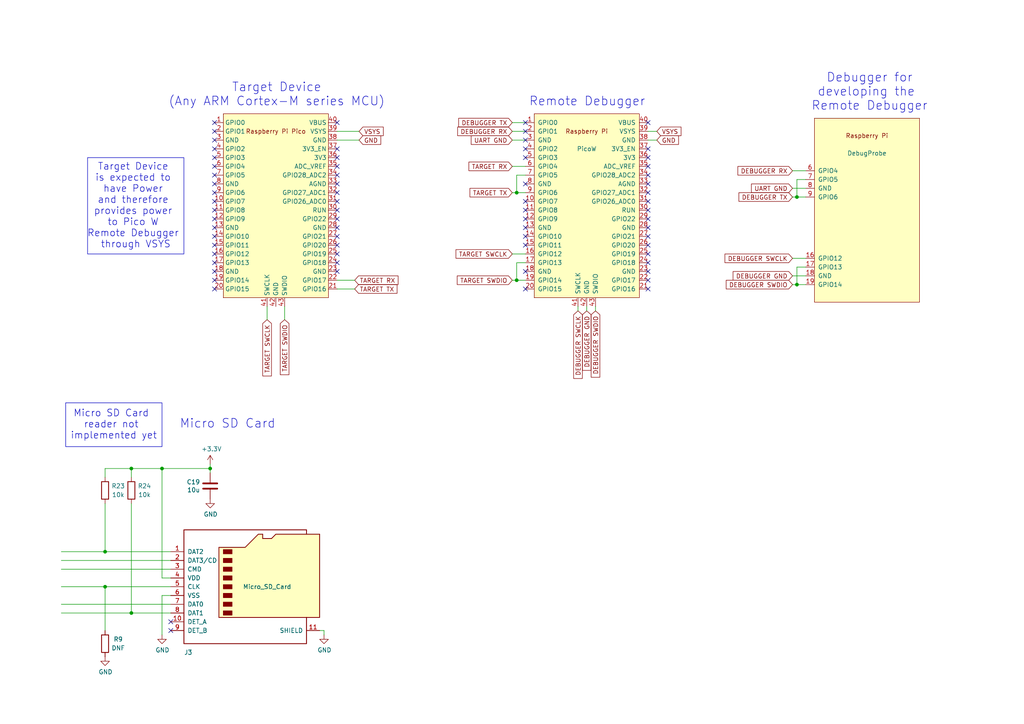
<source format=kicad_sch>
(kicad_sch (version 20231120) (generator "eeschema") (generator_version "8.0")
  (paper "A4")
  (title_block (title "ARM Cortex-M series Remote Debugger") (date "2025-02-08") (rev "1") (comment 1 "- Igor Rynty") (comment 2 "- Chad Clusker") (comment 3 "- Francesco Natanni") (comment 4 "SILLY SAUSAGES"))
  (lib_symbols
    (symbol "Connector:Micro_SD_Card_Det" (pin_names (offset 1.016))
      (property "Reference" "J" (at -16.51 17.78 0))
      (property "Value" "Micro_SD_Card_Det" (at 16.51 17.78 0))
      (symbol "Micro_SD_Card_Det_0_1"
        (rectangle (start -7.62 -6.985) (end -5.08 -8.255) (fill (type outline)))
        (rectangle (start -7.62 -4.445) (end -5.08 -5.715) (fill (type outline)))
        (rectangle (start -7.62 -1.905) (end -5.08 -3.175) (fill (type outline)))
        (rectangle (start -7.62 0.635) (end -5.08 -0.635) (fill (type outline)))
        (rectangle (start -7.62 3.175) (end -5.08 1.905) (fill (type outline)))
        (rectangle (start -7.62 5.715) (end -5.08 4.445) (fill (type outline)))
        (rectangle (start -7.62 8.255) (end -5.08 6.985) (fill (type outline)))
        (rectangle (start -7.62 10.795) (end -5.08 9.525) (fill (type outline)))
        (polyline (pts (xy 16.51 15.24) (xy 16.51 16.51) (xy -19.05 16.51) (xy -19.05 -16.51) (xy 16.51 -16.51) (xy 16.51 -8.89)) (stroke (width 0.254)))
        (polyline (pts (xy -8.89 -8.89) (xy -8.89 11.43) (xy -1.27 11.43) (xy 2.54 15.24) (xy 3.81 15.24) (xy 3.81 13.97) (xy 6.35 13.97) (xy 7.62 15.24) (xy 20.32 15.24) (xy 20.32 -8.89) (xy -8.89 -8.89)) (stroke (width 0.254)) (fill (type background)))
      )
      (symbol "Micro_SD_Card_Det_1_1"
        (pin bidirectional line (at -22.86 10.16 0) (length 3.81) (name "DAT2") (number "1"))
        (pin passive line (at -22.86 -10.16 0) (length 3.81) (name "DET_A") (number "10"))
        (pin passive line (at 20.32 -12.7 180) (length 3.81) (name "SHIELD") (number "11"))
        (pin bidirectional line (at -22.86 7.62 0) (length 3.81) (name "DAT3/CD") (number "2"))
        (pin input line (at -22.86 5.08 0) (length 3.81) (name "CMD") (number "3"))
        (pin power_in line (at -22.86 2.54 0) (length 3.81) (name "VDD") (number "4"))
        (pin input line (at -22.86 0 0) (length 3.81) (name "CLK") (number "5"))
        (pin power_in line (at -22.86 -2.54 0) (length 3.81) (name "VSS") (number "6"))
        (pin bidirectional line (at -22.86 -5.08 0) (length 3.81) (name "DAT0") (number "7"))
        (pin bidirectional line (at -22.86 -7.62 0) (length 3.81) (name "DAT1") (number "8"))
        (pin passive line (at -22.86 -12.7 0) (length 3.81) (name "DET_B") (number "9"))
      )
    )
    (symbol "Device:C" (pin_numbers hide) (pin_names (offset 0.254))
      (property "Reference" "C" (at 0.635 2.54 0))
      (property "Value" "C" (at 0.635 -2.54 0))
      (symbol "C_0_1"
        (polyline (pts (xy -2.032 -0.762) (xy 2.032 -0.762)) (stroke (width 0.508)))
        (polyline (pts (xy -2.032 0.762) (xy 2.032 0.762)) (stroke (width 0.508)))
      )
      (symbol "C_1_1"
        (pin passive line (at 0 3.81 270) (length 2.794) (name "~") (number "1"))
        (pin passive line (at 0 -3.81 90) (length 2.794) (name "~") (number "2"))
      )
    )
    (symbol "Device:R" (pin_numbers hide) (pin_names (offset 0))
      (property "Reference" "R" (at 2.032 0 90))
      (property "Value" "R" (at 0 0 90))
      (symbol "R_0_1"
        (rectangle (start -1.016 -2.54) (end 1.016 2.54) (stroke (width 0.254)))
      )
      (symbol "R_1_1"
        (pin passive line (at 0 3.81 270) (length 1.27) (name "~") (number "1"))
        (pin passive line (at 0 -3.81 90) (length 1.27) (name "~") (number "2"))
      )
    )
    (symbol "PicoW_1" (pin_names (offset 1.016))
      (property "Value" "DebugProbe" (at 0 16.51 0))
      (symbol "PicoW_1_0_0"
        (text "Raspberry Pi" (at 0 21.59 0) (effects (font (size 1.27 1.27))))
      )
      (symbol "PicoW_1_1_1"
        (rectangle (start -15.24 26.67) (end 15.24 -26.67) (fill (type background)))
        (pin bidirectional line (at -17.78 -13.97 0) (length 2.54) (name "GPIO12") (number "16"))
        (pin bidirectional line (at -17.78 -16.51 0) (length 2.54) (name "GPIO13") (number "17"))
        (pin bidirectional line (at -17.78 -19.05 0) (length 2.54) (name "GND") (number "18"))
        (pin bidirectional line (at -17.78 -21.59 0) (length 2.54) (name "GPIO14") (number "19"))
        (pin bidirectional line (at -17.78 11.43 0) (length 2.54) (name "GPIO4") (number "6"))
        (pin bidirectional line (at -17.78 8.89 0) (length 2.54) (name "GPIO5") (number "7"))
        (pin bidirectional line (at -17.78 6.35 0) (length 2.54) (name "GND") (number "8"))
        (pin bidirectional line (at -17.78 3.81 0) (length 2.54) (name "GPIO6") (number "9"))
      )
    )
    (symbol "RPi_Pico:PicoW" (pin_names (offset 1.016))
      (property "Reference" "U" (at -13.97 27.94 0))
      (property "Value" "PicoW" (at 0 19.05 0))
      (symbol "PicoW_0_0"
        (text "Raspberry Pi" (at 0 21.59 0) (effects (font (size 1.27 1.27))))
      )
      (symbol "PicoW_0_1"
        (rectangle (start -15.24 26.67) (end 15.24 -26.67) (fill (type background)))
      )
      (symbol "PicoW_1_1"
        (pin bidirectional line (at -17.78 24.13 0) (length 2.54) (name "GPIO0") (number "1"))
        (pin bidirectional line (at -17.78 1.27 0) (length 2.54) (name "GPIO7") (number "10"))
        (pin bidirectional line (at -17.78 -1.27 0) (length 2.54) (name "GPIO8") (number "11"))
        (pin bidirectional line (at -17.78 -3.81 0) (length 2.54) (name "GPIO9") (number "12"))
        (pin power_in line (at -17.78 -6.35 0) (length 2.54) (name "GND") (number "13"))
        (pin bidirectional line (at -17.78 -8.89 0) (length 2.54) (name "GPIO10") (number "14"))
        (pin bidirectional line (at -17.78 -11.43 0) (length 2.54) (name "GPIO11") (number "15"))
        (pin bidirectional line (at -17.78 -13.97 0) (length 2.54) (name "GPIO12") (number "16"))
        (pin bidirectional line (at -17.78 -16.51 0) (length 2.54) (name "GPIO13") (number "17"))
        (pin power_in line (at -17.78 -19.05 0) (length 2.54) (name "GND") (number "18"))
        (pin bidirectional line (at -17.78 -21.59 0) (length 2.54) (name "GPIO14") (number "19"))
        (pin bidirectional line (at -17.78 21.59 0) (length 2.54) (name "GPIO1") (number "2"))
        (pin bidirectional line (at -17.78 -24.13 0) (length 2.54) (name "GPIO15") (number "20"))
        (pin bidirectional line (at 17.78 -24.13 180) (length 2.54) (name "GPIO16") (number "21"))
        (pin bidirectional line (at 17.78 -21.59 180) (length 2.54) (name "GPIO17") (number "22"))
        (pin power_in line (at 17.78 -19.05 180) (length 2.54) (name "GND") (number "23"))
        (pin bidirectional line (at 17.78 -16.51 180) (length 2.54) (name "GPIO18") (number "24"))
        (pin bidirectional line (at 17.78 -13.97 180) (length 2.54) (name "GPIO19") (number "25"))
        (pin bidirectional line (at 17.78 -11.43 180) (length 2.54) (name "GPIO20") (number "26"))
        (pin bidirectional line (at 17.78 -8.89 180) (length 2.54) (name "GPIO21") (number "27"))
        (pin power_in line (at 17.78 -6.35 180) (length 2.54) (name "GND") (number "28"))
        (pin bidirectional line (at 17.78 -3.81 180) (length 2.54) (name "GPIO22") (number "29"))
        (pin power_in line (at -17.78 19.05 0) (length 2.54) (name "GND") (number "3"))
        (pin input line (at 17.78 -1.27 180) (length 2.54) (name "RUN") (number "30"))
        (pin bidirectional line (at 17.78 1.27 180) (length 2.54) (name "GPIO26_ADC0") (number "31"))
        (pin bidirectional line (at 17.78 3.81 180) (length 2.54) (name "GPIO27_ADC1") (number "32"))
        (pin power_in line (at 17.78 6.35 180) (length 2.54) (name "AGND") (number "33"))
        (pin bidirectional line (at 17.78 8.89 180) (length 2.54) (name "GPIO28_ADC2") (number "34"))
        (pin unspecified line (at 17.78 11.43 180) (length 2.54) (name "ADC_VREF") (number "35"))
        (pin unspecified line (at 17.78 13.97 180) (length 2.54) (name "3V3") (number "36"))
        (pin input line (at 17.78 16.51 180) (length 2.54) (name "3V3_EN") (number "37"))
        (pin bidirectional line (at 17.78 19.05 180) (length 2.54) (name "GND") (number "38"))
        (pin unspecified line (at 17.78 21.59 180) (length 2.54) (name "VSYS") (number "39"))
        (pin bidirectional line (at -17.78 16.51 0) (length 2.54) (name "GPIO2") (number "4"))
        (pin unspecified line (at 17.78 24.13 180) (length 2.54) (name "VBUS") (number "40"))
        (pin input line (at -2.54 -29.21 90) (length 2.54) (name "SWCLK") (number "41"))
        (pin power_in line (at 0 -29.21 90) (length 2.54) (name "GND") (number "42"))
        (pin bidirectional line (at 2.54 -29.21 90) (length 2.54) (name "SWDIO") (number "43"))
        (pin bidirectional line (at -17.78 13.97 0) (length 2.54) (name "GPIO3") (number "5"))
        (pin bidirectional line (at -17.78 11.43 0) (length 2.54) (name "GPIO4") (number "6"))
        (pin bidirectional line (at -17.78 8.89 0) (length 2.54) (name "GPIO5") (number "7"))
        (pin power_in line (at -17.78 6.35 0) (length 2.54) (name "GND") (number "8"))
        (pin bidirectional line (at -17.78 3.81 0) (length 2.54) (name "GPIO6") (number "9"))
      )
    )
    (symbol "RaspberryPi Pico:Pico"
      (property "Reference" "U" (at -13.97 27.94 0))
      (property "Value" "Pico" (at 0 19.05 0))
      (symbol "Pico_0_0"
        (text "Raspberry Pi Pico" (at 0 21.59 0) (effects (font (size 1.27 1.27))))
      )
      (symbol "Pico_0_1"
        (rectangle (start -15.24 26.67) (end 15.24 -26.67) (fill (type background)))
      )
      (symbol "Pico_1_1"
        (pin bidirectional line (at -17.78 24.13 0) (length 2.54) (name "GPIO0") (number "1"))
        (pin bidirectional line (at -17.78 1.27 0) (length 2.54) (name "GPIO7") (number "10"))
        (pin bidirectional line (at -17.78 -1.27 0) (length 2.54) (name "GPIO8") (number "11"))
        (pin bidirectional line (at -17.78 -3.81 0) (length 2.54) (name "GPIO9") (number "12"))
        (pin power_in line (at -17.78 -6.35 0) (length 2.54) (name "GND") (number "13"))
        (pin bidirectional line (at -17.78 -8.89 0) (length 2.54) (name "GPIO10") (number "14"))
        (pin bidirectional line (at -17.78 -11.43 0) (length 2.54) (name "GPIO11") (number "15"))
        (pin bidirectional line (at -17.78 -13.97 0) (length 2.54) (name "GPIO12") (number "16"))
        (pin bidirectional line (at -17.78 -16.51 0) (length 2.54) (name "GPIO13") (number "17"))
        (pin power_in line (at -17.78 -19.05 0) (length 2.54) (name "GND") (number "18"))
        (pin bidirectional line (at -17.78 -21.59 0) (length 2.54) (name "GPIO14") (number "19"))
        (pin bidirectional line (at -17.78 21.59 0) (length 2.54) (name "GPIO1") (number "2"))
        (pin bidirectional line (at -17.78 -24.13 0) (length 2.54) (name "GPIO15") (number "20"))
        (pin bidirectional line (at 17.78 -24.13 180) (length 2.54) (name "GPIO16") (number "21"))
        (pin bidirectional line (at 17.78 -21.59 180) (length 2.54) (name "GPIO17") (number "22"))
        (pin power_in line (at 17.78 -19.05 180) (length 2.54) (name "GND") (number "23"))
        (pin bidirectional line (at 17.78 -16.51 180) (length 2.54) (name "GPIO18") (number "24"))
        (pin bidirectional line (at 17.78 -13.97 180) (length 2.54) (name "GPIO19") (number "25"))
        (pin bidirectional line (at 17.78 -11.43 180) (length 2.54) (name "GPIO20") (number "26"))
        (pin bidirectional line (at 17.78 -8.89 180) (length 2.54) (name "GPIO21") (number "27"))
        (pin power_in line (at 17.78 -6.35 180) (length 2.54) (name "GND") (number "28"))
        (pin bidirectional line (at 17.78 -3.81 180) (length 2.54) (name "GPIO22") (number "29"))
        (pin power_in line (at -17.78 19.05 0) (length 2.54) (name "GND") (number "3"))
        (pin input line (at 17.78 -1.27 180) (length 2.54) (name "RUN") (number "30"))
        (pin bidirectional line (at 17.78 1.27 180) (length 2.54) (name "GPIO26_ADC0") (number "31"))
        (pin bidirectional line (at 17.78 3.81 180) (length 2.54) (name "GPIO27_ADC1") (number "32"))
        (pin power_in line (at 17.78 6.35 180) (length 2.54) (name "AGND") (number "33"))
        (pin bidirectional line (at 17.78 8.89 180) (length 2.54) (name "GPIO28_ADC2") (number "34"))
        (pin power_in line (at 17.78 11.43 180) (length 2.54) (name "ADC_VREF") (number "35"))
        (pin power_in line (at 17.78 13.97 180) (length 2.54) (name "3V3") (number "36"))
        (pin input line (at 17.78 16.51 180) (length 2.54) (name "3V3_EN") (number "37"))
        (pin power_in line (at 17.78 19.05 180) (length 2.54) (name "GND") (number "38"))
        (pin power_in line (at 17.78 21.59 180) (length 2.54) (name "VSYS") (number "39"))
        (pin bidirectional line (at -17.78 16.51 0) (length 2.54) (name "GPIO2") (number "4"))
        (pin power_in line (at 17.78 24.13 180) (length 2.54) (name "VBUS") (number "40"))
        (pin input line (at -2.54 -29.21 90) (length 2.54) (name "SWCLK") (number "41"))
        (pin power_in line (at 0 -29.21 90) (length 2.54) (name "GND") (number "42"))
        (pin bidirectional line (at 2.54 -29.21 90) (length 2.54) (name "SWDIO") (number "43"))
        (pin bidirectional line (at -17.78 13.97 0) (length 2.54) (name "GPIO3") (number "5"))
        (pin bidirectional line (at -17.78 11.43 0) (length 2.54) (name "GPIO4") (number "6"))
        (pin bidirectional line (at -17.78 8.89 0) (length 2.54) (name "GPIO5") (number "7"))
        (pin power_in line (at -17.78 6.35 0) (length 2.54) (name "GND") (number "8"))
        (pin bidirectional line (at -17.78 3.81 0) (length 2.54) (name "GPIO6") (number "9"))
      )
    )
    (symbol "power:+3.3V" (power) (pin_names (offset 0))
      (property "Value" "+3.3V" (at 0 3.556 0))
      (symbol "+3.3V_0_1"
        (polyline (pts (xy -0.762 1.27) (xy 0 2.54)))
        (polyline (pts (xy 0 0) (xy 0 2.54)))
        (polyline (pts (xy 0 2.54) (xy 0.762 1.27)))
      )
      (symbol "+3.3V_1_1"
        (pin power_in line (at 0 0 90) (length 0) hide (name "+3V3") (number "1"))
      )
    )
    (symbol "power:GND" (power) (pin_names (offset 0))
      (property "Value" "GND" (at 0 -3.81 0))
      (symbol "GND_0_1"
        (polyline (pts (xy 0 0) (xy 0 -1.27) (xy 1.27 -1.27) (xy 0 -2.54) (xy -1.27 -1.27) (xy 0 -1.27)))
      )
      (symbol "GND_1_1"
        (pin power_in line (at 0 0 270) (length 0) hide (name "GND") (number "1"))
      )
    )
  )
  (junction (at 231.14 57.15))
  (junction (at 38.1 177.8))
  (junction (at 30.48 160.02))
  (junction (at 60.96 135.89))
  (junction (at 231.14 82.55))
  (junction (at 149.86 81.28))
  (junction (at 30.48 170.18))
  (junction (at 46.99 135.89))
  (junction (at 149.86 55.88))
  (junction (at 38.1 135.89))
  (no_connect (at 187.96 68.58))
  (no_connect (at 187.96 50.8))
  (no_connect (at 187.96 66.04))
  (no_connect (at 187.96 55.88))
  (no_connect (at 187.96 48.26))
  (no_connect (at 152.4 71.12))
  (no_connect (at 62.23 53.34))
  (no_connect (at 187.96 71.12))
  (no_connect (at 152.4 45.72))
  (no_connect (at 97.79 53.34))
  (no_connect (at 97.79 35.56))
  (no_connect (at 152.4 38.1))
  (no_connect (at 187.96 76.2))
  (no_connect (at 152.4 66.04))
  (no_connect (at 187.96 73.66))
  (no_connect (at 187.96 43.18))
  (no_connect (at 152.4 43.18))
  (no_connect (at 62.23 78.74))
  (no_connect (at 187.96 83.82))
  (no_connect (at 62.23 40.64))
  (no_connect (at 97.79 66.04))
  (no_connect (at 62.23 55.88))
  (no_connect (at 62.23 58.42))
  (no_connect (at 62.23 83.82))
  (no_connect (at 62.23 81.28))
  (no_connect (at 62.23 63.5))
  (no_connect (at 62.23 68.58))
  (no_connect (at 62.23 60.96))
  (no_connect (at 62.23 35.56))
  (no_connect (at 62.23 38.1))
  (no_connect (at 62.23 71.12))
  (no_connect (at 62.23 73.66))
  (no_connect (at 62.23 76.2))
  (no_connect (at 97.79 43.18))
  (no_connect (at 97.79 55.88))
  (no_connect (at 97.79 76.2))
  (no_connect (at 97.79 71.12))
  (no_connect (at 97.79 63.5))
  (no_connect (at 97.79 68.58))
  (no_connect (at 97.79 73.66))
  (no_connect (at 97.79 48.26))
  (no_connect (at 97.79 50.8))
  (no_connect (at 97.79 60.96))
  (no_connect (at 97.79 58.42))
  (no_connect (at 152.4 60.96))
  (no_connect (at 187.96 60.96))
  (no_connect (at 62.23 66.04))
  (no_connect (at 152.4 58.42))
  (no_connect (at 49.53 182.88))
  (no_connect (at 152.4 78.74))
  (no_connect (at 62.23 45.72))
  (no_connect (at 187.96 35.56))
  (no_connect (at 62.23 43.18))
  (no_connect (at 187.96 81.28))
  (no_connect (at 152.4 83.82))
  (no_connect (at 152.4 68.58))
  (no_connect (at 62.23 50.8))
  (no_connect (at 152.4 40.64))
  (no_connect (at 187.96 78.74))
  (no_connect (at 187.96 53.34))
  (no_connect (at 49.53 180.34))
  (no_connect (at 187.96 58.42))
  (no_connect (at 152.4 35.56))
  (no_connect (at 152.4 63.5))
  (no_connect (at 152.4 53.34))
  (no_connect (at 187.96 45.72))
  (no_connect (at 62.23 48.26))
  (no_connect (at 97.79 45.72))
  (no_connect (at 97.79 78.74))
  (no_connect (at 187.96 63.5))
  (wire (pts (xy 102.87 81.28) (xy 97.79 81.28)))
  (wire (pts (xy 148.59 73.66) (xy 152.4 73.66)))
  (wire (pts (xy 49.53 160.02) (xy 30.48 160.02)))
  (wire (pts (xy 46.99 135.89) (xy 60.96 135.89)))
  (wire (pts (xy 30.48 170.18) (xy 49.53 170.18)))
  (wire (pts (xy 233.68 52.07) (xy 231.14 52.07)))
  (wire (pts (xy 231.14 82.55) (xy 233.68 82.55)))
  (wire (pts (xy 97.79 40.64) (xy 104.14 40.64)))
  (wire (pts (xy 148.59 48.26) (xy 152.4 48.26)))
  (wire (pts (xy 93.98 182.88) (xy 93.98 184.15)))
  (wire (pts (xy 38.1 177.8) (xy 49.53 177.8)))
  (wire (pts (xy 46.99 167.64) (xy 46.99 135.89)))
  (wire (pts (xy 172.72 88.9) (xy 172.72 90.17)))
  (wire (pts (xy 60.96 135.89) (xy 60.96 134.62)))
  (wire (pts (xy 187.96 38.1) (xy 190.5 38.1)))
  (wire (pts (xy 60.96 137.16) (xy 60.96 135.89)))
  (wire (pts (xy 30.48 146.05) (xy 30.48 160.02)))
  (wire (pts (xy 229.87 57.15) (xy 231.14 57.15)))
  (wire (pts (xy 102.87 83.82) (xy 97.79 83.82)))
  (wire (pts (xy 231.14 77.47) (xy 231.14 82.55)))
  (wire (pts (xy 30.48 135.89) (xy 38.1 135.89)))
  (wire (pts (xy 38.1 135.89) (xy 46.99 135.89)))
  (wire (pts (xy 77.47 92.71) (xy 77.47 88.9)))
  (wire (pts (xy 152.4 76.2) (xy 149.86 76.2)))
  (wire (pts (xy 92.71 182.88) (xy 93.98 182.88)))
  (wire (pts (xy 229.87 82.55) (xy 231.14 82.55)))
  (wire (pts (xy 49.53 167.64) (xy 46.99 167.64)))
  (wire (pts (xy 38.1 138.43) (xy 38.1 135.89)))
  (wire (pts (xy 38.1 146.05) (xy 38.1 177.8)))
  (wire (pts (xy 17.78 160.02) (xy 30.48 160.02)))
  (wire (pts (xy 149.86 55.88) (xy 152.4 55.88)))
  (wire (pts (xy 231.14 57.15) (xy 233.68 57.15)))
  (wire (pts (xy 149.86 76.2) (xy 149.86 81.28)))
  (wire (pts (xy 17.78 170.18) (xy 30.48 170.18)))
  (wire (pts (xy 49.53 172.72) (xy 46.99 172.72)))
  (wire (pts (xy 148.59 55.88) (xy 149.86 55.88)))
  (wire (pts (xy 17.78 165.1) (xy 49.53 165.1)))
  (wire (pts (xy 170.18 88.9) (xy 170.18 90.17)))
  (wire (pts (xy 229.87 80.01) (xy 233.68 80.01)))
  (wire (pts (xy 17.78 162.56) (xy 49.53 162.56)))
  (wire (pts (xy 46.99 172.72) (xy 46.99 184.15)))
  (wire (pts (xy 30.48 138.43) (xy 30.48 135.89)))
  (wire (pts (xy 148.59 35.56) (xy 152.4 35.56)))
  (wire (pts (xy 149.86 81.28) (xy 152.4 81.28)))
  (wire (pts (xy 229.87 54.61) (xy 233.68 54.61)))
  (wire (pts (xy 148.59 38.1) (xy 152.4 38.1)))
  (wire (pts (xy 149.86 50.8) (xy 149.86 55.88)))
  (wire (pts (xy 30.48 182.88) (xy 30.48 170.18)))
  (wire (pts (xy 229.87 74.93) (xy 233.68 74.93)))
  (wire (pts (xy 229.87 49.53) (xy 233.68 49.53)))
  (wire (pts (xy 17.78 175.26) (xy 49.53 175.26)))
  (wire (pts (xy 97.79 38.1) (xy 104.14 38.1)))
  (wire (pts (xy 148.59 81.28) (xy 149.86 81.28)))
  (wire (pts (xy 82.55 92.71) (xy 82.55 88.9)))
  (wire (pts (xy 233.68 77.47) (xy 231.14 77.47)))
  (wire (pts (xy 148.59 40.64) (xy 152.4 40.64)))
  (wire (pts (xy 167.64 88.9) (xy 167.64 90.17)))
  (wire (pts (xy 187.96 40.64) (xy 190.5 40.64)))
  (wire (pts (xy 17.78 177.8) (xy 38.1 177.8)))
  (wire (pts (xy 152.4 50.8) (xy 149.86 50.8)))
  (wire (pts (xy 231.14 52.07) (xy 231.14 57.15)))
  (rectangle (start 25.4 45.72) (end 53.34 73.66))
  (rectangle (start 19.05 116.84) (end 46.99 129.54))
  (text "Micro SD Card \nreader not \nimplemented yet" (at 33.02 123.19 0) (effects (font (size 2 2))))
  (text "Debugger for\ndeveloping the \nRemote Debugger" (at 252.222 32.258 0) (effects (font (size 2.54 2.54)) (justify bottom)))
  (text "Remote Debugger" (at 153.416 30.988 0) (effects (font (size 2.54 2.54)) (justify left bottom)))
  (text "Target Device\n(Any ARM Cortex-M series MCU)" (at 80.264 30.988 0) (effects (font (size 2.54 2.54)) (justify bottom)))
  (text "Target Device \nis expected to \nhave Power \nand therefore \nprovides power \nto Pico W \nRemote Debugger \nthrough VSYS" (at 39.37 59.69 0) (effects (font (size 2 2))))
  (text "Micro SD Card" (at 52.07 124.46 0) (effects (font (size 2.54 2.54)) (justify left bottom)))
  (global_label "DEBUGGER GND" (shape input) (at 229.87 80.01 180) (property "Intersheetrefs" "${INTERSHEET_REFS}" (effects (hide yes))))
  (global_label "DEBUGGER TX" (shape input) (at 148.59 35.56 180) (property "Intersheetrefs" "${INTERSHEET_REFS}" (effects (hide yes))))
  (global_label "GND" (shape input) (at 104.14 40.64 0) (property "Intersheetrefs" "${INTERSHEET_REFS}" (effects (hide yes))))
  (global_label "DEBUGGER SWDIO" (shape input) (at 229.87 82.55 180) (property "Intersheetrefs" "${INTERSHEET_REFS}" (effects (hide yes))))
  (global_label "UART GND" (shape input) (at 229.87 54.61 180) (property "Intersheetrefs" "${INTERSHEET_REFS}" (effects (hide yes))))
  (global_label "TARGET SWCLK" (shape input) (at 148.59 73.66 180) (property "Intersheetrefs" "${INTERSHEET_REFS}" (effects (hide yes))))
  (global_label "TARGET RX" (shape input) (at 148.59 48.26 180) (property "Intersheetrefs" "${INTERSHEET_REFS}" (effects (hide yes))))
  (global_label "DEBUGGER RX" (shape input) (at 148.59 38.1 180) (property "Intersheetrefs" "${INTERSHEET_REFS}" (effects (hide yes))))
  (global_label "DEBUGGER SWCLK" (shape input) (at 167.64 90.17 270) (property "Intersheetrefs" "${INTERSHEET_REFS}" (effects (hide yes))))
  (global_label "TARGET TX" (shape input) (at 102.87 83.82 0) (property "Intersheetrefs" "${INTERSHEET_REFS}" (effects (hide yes))))
  (global_label "VSYS" (shape input) (at 104.14 38.1 0) (property "Intersheetrefs" "${INTERSHEET_REFS}" (effects (hide yes))))
  (global_label "TARGET SWDIO" (shape input) (at 82.55 92.71 270) (property "Intersheetrefs" "${INTERSHEET_REFS}" (effects (hide yes))))
  (global_label "TARGET RX" (shape input) (at 102.87 81.28 0) (property "Intersheetrefs" "${INTERSHEET_REFS}" (effects (hide yes))))
  (global_label "GND" (shape input) (at 190.5 40.64 0) (property "Intersheetrefs" "${INTERSHEET_REFS}" (effects (hide yes))))
  (global_label "TARGET SWDIO" (shape input) (at 148.59 81.28 180) (property "Intersheetrefs" "${INTERSHEET_REFS}" (effects (hide yes))))
  (global_label "UART GND" (shape input) (at 148.59 40.64 180) (property "Intersheetrefs" "${INTERSHEET_REFS}" (effects (hide yes))))
  (global_label "DEBUGGER RX" (shape input) (at 229.87 49.53 180) (property "Intersheetrefs" "${INTERSHEET_REFS}" (effects (hide yes))))
  (global_label "TARGET SWCLK" (shape input) (at 77.47 92.71 270) (property "Intersheetrefs" "${INTERSHEET_REFS}" (effects (hide yes))))
  (global_label "DEBUGGER TX" (shape input) (at 229.87 57.15 180) (property "Intersheetrefs" "${INTERSHEET_REFS}" (effects (hide yes))))
  (global_label "DEBUGGER GND" (shape input) (at 170.18 90.17 270) (property "Intersheetrefs" "${INTERSHEET_REFS}" (effects (hide yes))))
  (global_label "VSYS" (shape input) (at 190.5 38.1 0) (property "Intersheetrefs" "${INTERSHEET_REFS}" (effects (hide yes))))
  (global_label "TARGET TX" (shape input) (at 148.59 55.88 180) (property "Intersheetrefs" "${INTERSHEET_REFS}" (effects (hide yes))))
  (global_label "DEBUGGER SWCLK" (shape input) (at 229.87 74.93 180) (property "Intersheetrefs" "${INTERSHEET_REFS}" (effects (hide yes))))
  (global_label "DEBUGGER SWDIO" (shape input) (at 172.72 90.17 270) (property "Intersheetrefs" "${INTERSHEET_REFS}" (effects (hide yes))))
  (symbol (lib_id "RPi_Pico:PicoW") (at 170.18 59.69 0) (unit 1)
    (property "Reference" "U2" (effects (hide yes)))
    (property "Value" "PicoW" (at 170.18 43.18 0))
    (property "Footprint" "RaspberryPI PicoW:RPi_PicoW_SMD_TH" (effects (hide yes)))
  )
  (symbol (lib_id "Connector:Micro_SD_Card_Det") (at 72.39 170.18 0) (unit 1)
    (property "Reference" "J3" (at 54.61 189.23 0))
    (property "Value" "Micro_SD_Card" (at 77.47 170.18 0))
    (property "Footprint" "Connector_Card:microSD_HC_Molex_104031-0811" (effects (hide yes)))
    (property "Datasheet" "http://katalog.we-online.de/em/datasheet/693072010801.pdf" (effects (hide yes)))
  )
  (symbol (lib_id "Device:C") (at 60.96 140.97 0) (mirror y) (unit 1)
    (property "Reference" "C19" (at 58.039 139.8016 0) (effects (justify left)))
    (property "Value" "10u" (at 58.039 142.113 0) (effects (justify left)))
    (property "Footprint" "Capacitor_SMD:C_0603_1608Metric" (effects (hide yes)))
  )
  (symbol (lib_id "Device:R") (at 30.48 186.69 180) (unit 1)
    (property "Reference" "R9" (at 34.29 185.42 0))
    (property "Value" "DNF" (at 34.29 187.96 0))
    (property "Footprint" "Resistor_SMD:R_0402_1005Metric" (effects (hide yes)))
  )
  (symbol (lib_id "power:GND") (at 30.48 190.5 0) (unit 1)
    (property "Reference" "#PWR06" (effects (hide yes)))
    (property "Value" "GND" (at 30.607 194.8942 0))
  )
  (symbol (lib_id "power:GND") (at 60.96 144.78 0) (unit 1)
    (property "Reference" "#PWR0125" (effects (hide yes)))
    (property "Value" "GND" (at 61.087 149.1742 0))
  )
  (symbol (lib_id "power:+3.3V") (at 60.96 134.62 0) (unit 1)
    (property "Reference" "#PWR0126" (effects (hide yes)))
    (property "Value" "+3.3V" (at 61.341 130.2258 0))
  )
  (symbol (lib_id "power:GND") (at 46.99 184.15 0) (unit 1)
    (property "Reference" "#PWR0127" (effects (hide yes)))
    (property "Value" "GND" (at 47.117 188.5442 0))
  )
  (symbol (lib_id "Device:R") (at 38.1 142.24 180) (unit 1)
    (property "Reference" "R24" (at 41.91 140.97 0))
    (property "Value" "10k" (at 41.91 143.51 0))
    (property "Footprint" "Resistor_SMD:R_0402_1005Metric" (effects (hide yes)))
  )
  (symbol (lib_id "Device:R") (at 30.48 142.24 180) (unit 1)
    (property "Reference" "R23" (at 34.29 140.97 0))
    (property "Value" "10k" (at 34.29 143.51 0))
    (property "Footprint" "Resistor_SMD:R_0402_1005Metric" (effects (hide yes)))
  )
  (symbol (lib_id "power:GND") (at 93.98 184.15 0) (unit 1)
    (property "Reference" "#PWR0128" (effects (hide yes)))
    (property "Value" "GND" (at 94.107 188.5442 0))
  )
  (symbol (lib_name "PicoW_1") (lib_id "RPi_Pico:PicoW") (at 251.46 60.96 0) (unit 1)
    (property "Reference" "U?" (effects (hide yes)))
    (property "Value" "DebugProbe" (at 251.46 44.45 0))
    (property "Footprint" "RaspberryPI PicoW:RPi_PicoW_SMD_TH" (effects (hide yes)))
  )
  (symbol (lib_id "RaspberryPi Pico:Pico") (at 80.01 59.69 0) (unit 1)
    (property "Reference" "U1" (effects (hide yes)))
    (property "Value" "Target Device" (effects (hide yes)))
    (property "Footprint" "MCU_RaspberryPi_and_Boards:RPi_Pico_SMD_TH" (effects (hide yes)))
  )
)
</source>
